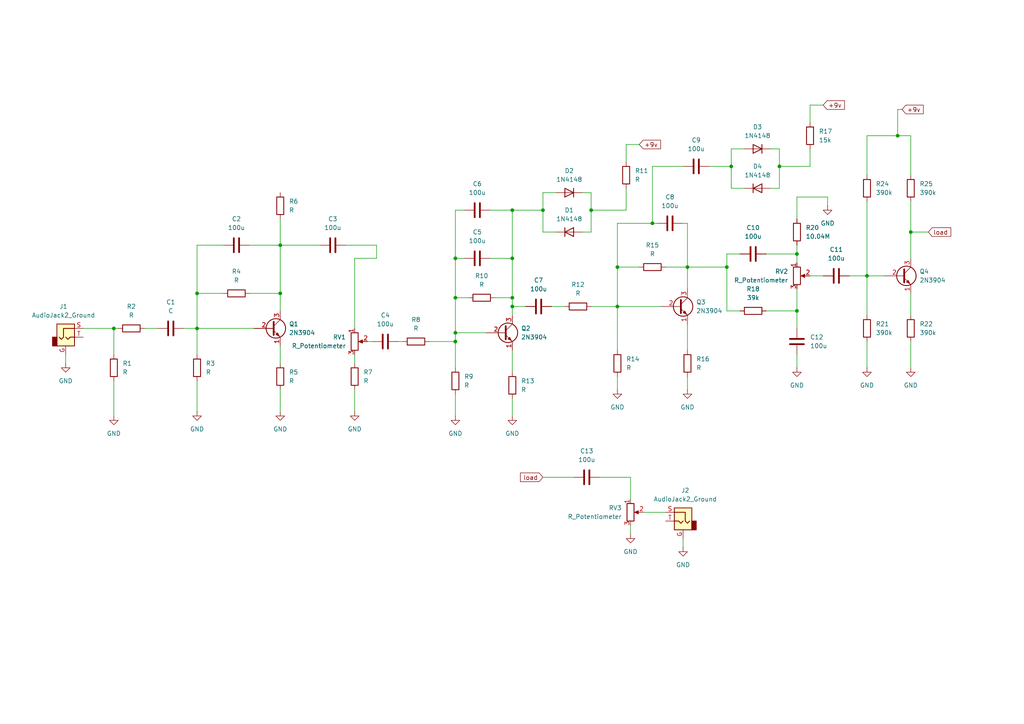
<source format=kicad_sch>
(kicad_sch (version 20231120) (generator "eeschema") (generator_version "8.0")
  (paper "A4")
  (lib_symbols
    (symbol "Connector_Audio:AudioJack2_Ground"
      (property "Reference" "J" (at 0 8.89 0))
      (property "Value" "AudioJack2_Ground" (at 0 6.35 0))
      (symbol "AudioJack2_Ground_0_1"
        (rectangle (start -2.54 -2.54) (end -3.81 0) (stroke (width 0.254)) (fill (type outline)))
        (polyline (pts (xy 0 0) (xy 0.635 -0.635) (xy 1.27 0) (xy 2.54 0)) (stroke (width 0.254)))
        (polyline (pts (xy 2.54 2.54) (xy -0.635 2.54) (xy -0.635 0) (xy -1.27 -0.635) (xy -1.905 0)) (stroke (width 0.254)))
        (rectangle (start 2.54 3.81) (end -2.54 -2.54) (stroke (width 0.254)) (fill (type background)))
      )
      (symbol "AudioJack2_Ground_1_1"
        (pin passive line (at 0 -5.08 90) (length 2.54) (name "~") (number "G"))
        (pin passive line (at 5.08 2.54 180) (length 2.54) (name "~") (number "S"))
        (pin passive line (at 5.08 0 180) (length 2.54) (name "~") (number "T"))
      )
    )
    (symbol "Device:C" (pin_numbers hide) (pin_names (offset 0.254))
      (property "Reference" "C" (at 0.635 2.54 0))
      (property "Value" "C" (at 0.635 -2.54 0))
      (symbol "C_0_1"
        (polyline (pts (xy -2.032 -0.762) (xy 2.032 -0.762)) (stroke (width 0.508)))
        (polyline (pts (xy -2.032 0.762) (xy 2.032 0.762)) (stroke (width 0.508)))
      )
      (symbol "C_1_1"
        (pin passive line (at 0 3.81 270) (length 2.794) (name "~") (number "1"))
        (pin passive line (at 0 -3.81 90) (length 2.794) (name "~") (number "2"))
      )
    )
    (symbol "Device:R" (pin_numbers hide) (pin_names (offset 0))
      (property "Reference" "R" (at 2.032 0 90))
      (property "Value" "R" (at 0 0 90))
      (symbol "R_0_1"
        (rectangle (start -1.016 -2.54) (end 1.016 2.54) (stroke (width 0.254)))
      )
      (symbol "R_1_1"
        (pin passive line (at 0 3.81 270) (length 1.27) (name "~") (number "1"))
        (pin passive line (at 0 -3.81 90) (length 1.27) (name "~") (number "2"))
      )
    )
    (symbol "Device:R_Potentiometer" (pin_names (offset 1.016) hide)
      (property "Reference" "RV" (at -4.445 0 90))
      (property "Value" "R_Potentiometer" (at -2.54 0 90))
      (symbol "R_Potentiometer_0_1"
        (polyline (pts (xy 2.54 0) (xy 1.524 0)))
        (polyline (pts (xy 1.143 0) (xy 2.286 0.508) (xy 2.286 -0.508) (xy 1.143 0)) (fill (type outline)))
        (rectangle (start 1.016 2.54) (end -1.016 -2.54) (stroke (width 0.254)))
      )
      (symbol "R_Potentiometer_1_1"
        (pin passive line (at 0 3.81 270) (length 1.27) (name "1") (number "1"))
        (pin passive line (at 3.81 0 180) (length 1.27) (name "2") (number "2"))
        (pin passive line (at 0 -3.81 90) (length 1.27) (name "3") (number "3"))
      )
    )
    (symbol "Diode:1N4148" (pin_numbers hide) (pin_names hide)
      (property "Reference" "D" (at 0 2.54 0))
      (property "Value" "1N4148" (at 0 -2.54 0))
      (symbol "1N4148_0_1"
        (polyline (pts (xy -1.27 1.27) (xy -1.27 -1.27)) (stroke (width 0.254)))
        (polyline (pts (xy 1.27 0) (xy -1.27 0)))
        (polyline (pts (xy 1.27 1.27) (xy 1.27 -1.27) (xy -1.27 0) (xy 1.27 1.27)) (stroke (width 0.254)))
      )
      (symbol "1N4148_1_1"
        (pin passive line (at -3.81 0 0) (length 2.54) (name "K") (number "1"))
        (pin passive line (at 3.81 0 180) (length 2.54) (name "A") (number "2"))
      )
    )
    (symbol "Transistor_BJT:2N3904" (pin_names (offset 0) hide)
      (property "Reference" "Q" (at 5.08 1.905 0))
      (property "Value" "2N3904" (at 5.08 0 0))
      (symbol "2N3904_0_1"
        (polyline (pts (xy 0.635 0.635) (xy 2.54 2.54)))
        (polyline (pts (xy 0.635 -0.635) (xy 2.54 -2.54) (xy 2.54 -2.54)))
        (polyline (pts (xy 0.635 1.905) (xy 0.635 -1.905) (xy 0.635 -1.905)) (stroke (width 0.508)))
        (polyline (pts (xy 1.27 -1.778) (xy 1.778 -1.27) (xy 2.286 -2.286) (xy 1.27 -1.778) (xy 1.27 -1.778)) (fill (type outline)))
        (circle (center 1.27 0) (radius 2.8194) (stroke (width 0.254)))
      )
      (symbol "2N3904_1_1"
        (pin passive line (at 2.54 -5.08 90) (length 2.54) (name "E") (number "1"))
        (pin passive line (at -5.08 0 0) (length 5.715) (name "B") (number "2"))
        (pin passive line (at 2.54 5.08 270) (length 2.54) (name "C") (number "3"))
      )
    )
    (symbol "power:GND" (power) (pin_numbers hide) (pin_names (offset 0) hide)
      (property "Value" "GND" (at 0 -3.81 0))
      (symbol "GND_0_1"
        (polyline (pts (xy 0 0) (xy 0 -1.27) (xy 1.27 -1.27) (xy 0 -2.54) (xy -1.27 -1.27) (xy 0 -1.27)))
      )
      (symbol "GND_1_1"
        (pin power_in line (at 0 0 270) (length 0) (name "~") (number "1"))
      )
    )
  )
  (junction (at 251.46 80.01))
  (junction (at 132.08 96.52))
  (junction (at 179.07 88.9))
  (junction (at 179.07 77.47))
  (junction (at 132.08 99.06))
  (junction (at 231.14 73.66))
  (junction (at 264.16 67.31))
  (junction (at 57.15 95.25))
  (junction (at 81.28 85.09))
  (junction (at 260.35 39.37))
  (junction (at 132.08 86.36))
  (junction (at 210.82 77.47))
  (junction (at 212.09 48.26))
  (junction (at 148.59 88.9))
  (junction (at 231.14 90.17))
  (junction (at 148.59 74.93))
  (junction (at 148.59 86.36))
  (junction (at 189.23 64.77))
  (junction (at 132.08 74.93))
  (junction (at 226.06 48.26))
  (junction (at 199.39 77.47))
  (junction (at 148.59 60.96))
  (junction (at 81.28 71.12))
  (junction (at 171.45 60.96))
  (junction (at 33.02 95.25))
  (junction (at 157.48 60.96))
  (junction (at 57.15 85.09))
  (wire (pts (xy 148.59 74.93) (xy 148.59 86.36)))
  (wire (pts (xy 212.09 48.26) (xy 212.09 54.61)))
  (wire (pts (xy 212.09 54.61) (xy 215.9 54.61)))
  (wire (pts (xy 234.95 30.48) (xy 234.95 35.56)))
  (wire (pts (xy 148.59 88.9) (xy 152.4 88.9)))
  (wire (pts (xy 102.87 113.03) (xy 102.87 119.38)))
  (wire (pts (xy 222.25 73.66) (xy 231.14 73.66)))
  (wire (pts (xy 179.07 88.9) (xy 191.77 88.9)))
  (wire (pts (xy 260.35 39.37) (xy 264.16 39.37)))
  (wire (pts (xy 240.03 57.15) (xy 231.14 57.15)))
  (wire (pts (xy 210.82 90.17) (xy 214.63 90.17)))
  (wire (pts (xy 264.16 58.42) (xy 264.16 67.31)))
  (wire (pts (xy 33.02 110.49) (xy 33.02 120.65)))
  (wire (pts (xy 185.42 41.91) (xy 181.61 41.91)))
  (wire (pts (xy 210.82 77.47) (xy 199.39 77.47)))
  (wire (pts (xy 148.59 86.36) (xy 148.59 88.9)))
  (wire (pts (xy 148.59 88.9) (xy 148.59 91.44)))
  (wire (pts (xy 231.14 90.17) (xy 222.25 90.17)))
  (wire (pts (xy 231.14 73.66) (xy 231.14 76.2)))
  (wire (pts (xy 132.08 114.3) (xy 132.08 120.65)))
  (wire (pts (xy 132.08 74.93) (xy 132.08 86.36)))
  (wire (pts (xy 182.88 152.4) (xy 182.88 154.94)))
  (wire (pts (xy 53.34 95.25) (xy 57.15 95.25)))
  (wire (pts (xy 210.82 77.47) (xy 210.82 90.17)))
  (wire (pts (xy 182.88 138.43) (xy 182.88 144.78)))
  (wire (pts (xy 171.45 55.88) (xy 171.45 60.96)))
  (wire (pts (xy 264.16 99.06) (xy 264.16 106.68)))
  (wire (pts (xy 199.39 109.22) (xy 199.39 113.03)))
  (wire (pts (xy 142.24 74.93) (xy 148.59 74.93)))
  (wire (pts (xy 132.08 96.52) (xy 132.08 99.06)))
  (wire (pts (xy 179.07 77.47) (xy 179.07 88.9)))
  (wire (pts (xy 185.42 77.47) (xy 179.07 77.47)))
  (wire (pts (xy 134.62 60.96) (xy 132.08 60.96)))
  (wire (pts (xy 199.39 83.82) (xy 199.39 77.47)))
  (wire (pts (xy 171.45 88.9) (xy 179.07 88.9)))
  (wire (pts (xy 64.77 71.12) (xy 57.15 71.12)))
  (wire (pts (xy 171.45 67.31) (xy 168.91 67.31)))
  (wire (pts (xy 231.14 90.17) (xy 231.14 95.25)))
  (wire (pts (xy 132.08 60.96) (xy 132.08 74.93)))
  (wire (pts (xy 251.46 80.01) (xy 251.46 91.44)))
  (wire (pts (xy 186.69 148.59) (xy 193.04 148.59)))
  (wire (pts (xy 189.23 48.26) (xy 189.23 64.77)))
  (wire (pts (xy 198.12 64.77) (xy 199.39 64.77)))
  (wire (pts (xy 251.46 39.37) (xy 260.35 39.37)))
  (wire (pts (xy 264.16 39.37) (xy 264.16 50.8)))
  (wire (pts (xy 226.06 43.18) (xy 226.06 48.26)))
  (wire (pts (xy 132.08 96.52) (xy 140.97 96.52)))
  (wire (pts (xy 189.23 64.77) (xy 190.5 64.77)))
  (wire (pts (xy 168.91 55.88) (xy 171.45 55.88)))
  (wire (pts (xy 181.61 60.96) (xy 171.45 60.96)))
  (wire (pts (xy 198.12 156.21) (xy 198.12 158.75)))
  (wire (pts (xy 107.95 99.06) (xy 106.68 99.06)))
  (wire (pts (xy 57.15 85.09) (xy 64.77 85.09)))
  (wire (pts (xy 57.15 95.25) (xy 57.15 85.09)))
  (wire (pts (xy 210.82 73.66) (xy 210.82 77.47)))
  (wire (pts (xy 234.95 80.01) (xy 238.76 80.01)))
  (wire (pts (xy 109.22 74.93) (xy 109.22 71.12)))
  (wire (pts (xy 157.48 55.88) (xy 157.48 60.96)))
  (wire (pts (xy 231.14 73.66) (xy 231.14 71.12)))
  (wire (pts (xy 148.59 101.6) (xy 148.59 107.95)))
  (wire (pts (xy 115.57 99.06) (xy 116.84 99.06)))
  (wire (pts (xy 264.16 85.09) (xy 264.16 91.44)))
  (wire (pts (xy 109.22 71.12) (xy 100.33 71.12)))
  (wire (pts (xy 205.74 48.26) (xy 212.09 48.26)))
  (wire (pts (xy 251.46 50.8) (xy 251.46 39.37)))
  (wire (pts (xy 33.02 95.25) (xy 34.29 95.25)))
  (wire (pts (xy 41.91 95.25) (xy 45.72 95.25)))
  (wire (pts (xy 57.15 110.49) (xy 57.15 119.38)))
  (wire (pts (xy 199.39 93.98) (xy 199.39 101.6)))
  (wire (pts (xy 81.28 113.03) (xy 81.28 119.38)))
  (wire (pts (xy 179.07 88.9) (xy 179.07 101.6)))
  (wire (pts (xy 189.23 48.26) (xy 198.12 48.26)))
  (wire (pts (xy 240.03 59.69) (xy 240.03 57.15)))
  (wire (pts (xy 238.76 30.48) (xy 234.95 30.48)))
  (wire (pts (xy 148.59 115.57) (xy 148.59 120.65)))
  (wire (pts (xy 148.59 60.96) (xy 157.48 60.96)))
  (wire (pts (xy 264.16 67.31) (xy 269.24 67.31)))
  (wire (pts (xy 214.63 73.66) (xy 210.82 73.66)))
  (wire (pts (xy 251.46 80.01) (xy 256.54 80.01)))
  (wire (pts (xy 157.48 138.43) (xy 166.37 138.43)))
  (wire (pts (xy 132.08 99.06) (xy 132.08 106.68)))
  (wire (pts (xy 19.05 102.87) (xy 19.05 105.41)))
  (wire (pts (xy 157.48 60.96) (xy 157.48 67.31)))
  (wire (pts (xy 179.07 64.77) (xy 189.23 64.77)))
  (wire (pts (xy 260.35 31.75) (xy 260.35 39.37)))
  (wire (pts (xy 102.87 102.87) (xy 102.87 105.41)))
  (wire (pts (xy 181.61 41.91) (xy 181.61 46.99)))
  (wire (pts (xy 102.87 74.93) (xy 102.87 95.25)))
  (wire (pts (xy 81.28 71.12) (xy 81.28 85.09)))
  (wire (pts (xy 81.28 85.09) (xy 81.28 90.17)))
  (wire (pts (xy 33.02 102.87) (xy 33.02 95.25)))
  (wire (pts (xy 226.06 54.61) (xy 223.52 54.61)))
  (wire (pts (xy 251.46 99.06) (xy 251.46 106.68)))
  (wire (pts (xy 132.08 86.36) (xy 132.08 96.52)))
  (wire (pts (xy 72.39 71.12) (xy 81.28 71.12)))
  (wire (pts (xy 81.28 63.5) (xy 81.28 71.12)))
  (wire (pts (xy 179.07 64.77) (xy 179.07 77.47)))
  (wire (pts (xy 57.15 71.12) (xy 57.15 85.09)))
  (wire (pts (xy 142.24 60.96) (xy 148.59 60.96)))
  (wire (pts (xy 134.62 74.93) (xy 132.08 74.93)))
  (wire (pts (xy 160.02 88.9) (xy 163.83 88.9)))
  (wire (pts (xy 148.59 60.96) (xy 148.59 74.93)))
  (wire (pts (xy 173.99 138.43) (xy 182.88 138.43)))
  (wire (pts (xy 226.06 48.26) (xy 226.06 54.61)))
  (wire (pts (xy 24.13 95.25) (xy 33.02 95.25)))
  (wire (pts (xy 264.16 67.31) (xy 264.16 74.93)))
  (wire (pts (xy 212.09 43.18) (xy 212.09 48.26)))
  (wire (pts (xy 124.46 99.06) (xy 132.08 99.06)))
  (wire (pts (xy 161.29 55.88) (xy 157.48 55.88)))
  (wire (pts (xy 109.22 74.93) (xy 102.87 74.93)))
  (wire (pts (xy 199.39 77.47) (xy 193.04 77.47)))
  (wire (pts (xy 81.28 71.12) (xy 92.71 71.12)))
  (wire (pts (xy 261.62 31.75) (xy 260.35 31.75)))
  (wire (pts (xy 234.95 48.26) (xy 226.06 48.26)))
  (wire (pts (xy 231.14 102.87) (xy 231.14 106.68)))
  (wire (pts (xy 181.61 54.61) (xy 181.61 60.96)))
  (wire (pts (xy 246.38 80.01) (xy 251.46 80.01)))
  (wire (pts (xy 234.95 43.18) (xy 234.95 48.26)))
  (wire (pts (xy 179.07 109.22) (xy 179.07 113.03)))
  (wire (pts (xy 171.45 60.96) (xy 171.45 67.31)))
  (wire (pts (xy 57.15 95.25) (xy 73.66 95.25)))
  (wire (pts (xy 143.51 86.36) (xy 148.59 86.36)))
  (wire (pts (xy 57.15 102.87) (xy 57.15 95.25)))
  (wire (pts (xy 157.48 67.31) (xy 161.29 67.31)))
  (wire (pts (xy 231.14 83.82) (xy 231.14 90.17)))
  (wire (pts (xy 231.14 57.15) (xy 231.14 63.5)))
  (wire (pts (xy 223.52 43.18) (xy 226.06 43.18)))
  (wire (pts (xy 251.46 58.42) (xy 251.46 80.01)))
  (wire (pts (xy 135.89 86.36) (xy 132.08 86.36)))
  (wire (pts (xy 199.39 64.77) (xy 199.39 77.47)))
  (wire (pts (xy 215.9 43.18) (xy 212.09 43.18)))
  (wire (pts (xy 72.39 85.09) (xy 81.28 85.09)))
  (wire (pts (xy 81.28 100.33) (xy 81.28 105.41)))
  (global_label "+9v" (shape input) (at 261.62 31.75 0) (property "Intersheetrefs" "${INTERSHEET_REFS}" (effects (hide yes))))
  (global_label "load" (shape input) (at 269.24 67.31 0) (property "Intersheetrefs" "${INTERSHEET_REFS}" (effects (hide yes))))
  (global_label "+9v" (shape input) (at 238.76 30.48 0) (property "Intersheetrefs" "${INTERSHEET_REFS}" (effects (hide yes))))
  (global_label "+9v" (shape input) (at 185.42 41.91 0) (property "Intersheetrefs" "${INTERSHEET_REFS}" (effects (hide yes))))
  (global_label "load" (shape input) (at 157.48 138.43 180) (property "Intersheetrefs" "${INTERSHEET_REFS}" (effects (hide yes))))
  (symbol (lib_id "Device:C") (at 170.18 138.43 90) (unit 1)
    (property "Reference" "C13" (at 170.18 130.81 90))
    (property "Value" "100u" (at 170.18 133.35 90))
    (property "Description" "Unpolarized capacitor" (effects (hide yes)))
  )
  (symbol (lib_id "Device:C") (at 138.43 60.96 270) (unit 1)
    (property "Reference" "C6" (at 138.43 53.34 90))
    (property "Value" "100u" (at 138.43 55.88 90))
    (property "Description" "Unpolarized capacitor" (effects (hide yes)))
  )
  (symbol (lib_id "Device:C") (at 231.14 99.06 180) (unit 1)
    (property "Reference" "C12" (at 234.95 97.7899 0) (effects (justify right)))
    (property "Value" "100u" (at 234.95 100.3299 0) (effects (justify right)))
    (property "Description" "Unpolarized capacitor" (effects (hide yes)))
  )
  (symbol (lib_id "Device:R") (at 132.08 110.49 180) (unit 1)
    (property "Reference" "R9" (at 134.62 109.2199 0) (effects (justify right)))
    (property "Value" "R" (at 134.62 111.7599 0) (effects (justify right)))
    (property "Description" "Resistor" (effects (hide yes)))
  )
  (symbol (lib_id "Device:C") (at 111.76 99.06 270) (unit 1)
    (property "Reference" "C4" (at 111.76 91.44 90))
    (property "Value" "100u" (at 111.76 93.98 90))
    (property "Description" "Unpolarized capacitor" (effects (hide yes)))
  )
  (symbol (lib_id "Diode:1N4148") (at 219.71 54.61 0) (unit 1)
    (property "Reference" "D4" (at 219.71 48.26 0))
    (property "Value" "1N4148" (at 219.71 50.8 0))
    (property "Footprint" "Diode_THT:D_DO-35_SOD27_P7.62mm_Horizontal" (effects (hide yes)))
    (property "Datasheet" "https://assets.nexperia.com/documents/data-sheet/1N4148_1N4448.pdf" (effects (hide yes)))
    (property "Description" "100V 0.15A standard switching diode, DO-35" (effects (hide yes)))
    (property "Sim.Device" "D" (effects (hide yes)))
    (property "Sim.Pins" "1=K 2=A" (effects (hide yes)))
  )
  (symbol (lib_id "Device:C") (at 218.44 73.66 270) (unit 1)
    (property "Reference" "C10" (at 218.44 66.04 90))
    (property "Value" "100u" (at 218.44 68.58 90))
    (property "Description" "Unpolarized capacitor" (effects (hide yes)))
  )
  (symbol (lib_id "Connector_Audio:AudioJack2_Ground") (at 198.12 151.13 0) (mirror y) (unit 1)
    (property "Reference" "J2" (at 198.755 142.24 0))
    (property "Value" "AudioJack2_Ground" (at 198.755 144.78 0))
    (property "Description" "Audio Jack, 2 Poles (Mono / TS), Grounded Sleeve" (effects (hide yes)))
  )
  (symbol (lib_id "Diode:1N4148") (at 219.71 43.18 180) (unit 1)
    (property "Reference" "D3" (at 219.71 36.83 0))
    (property "Value" "1N4148" (at 219.71 39.37 0))
    (property "Footprint" "Diode_THT:D_DO-35_SOD27_P7.62mm_Horizontal" (effects (hide yes)))
    (property "Datasheet" "https://assets.nexperia.com/documents/data-sheet/1N4148_1N4448.pdf" (effects (hide yes)))
    (property "Description" "100V 0.15A standard switching diode, DO-35" (effects (hide yes)))
    (property "Sim.Device" "D" (effects (hide yes)))
    (property "Sim.Pins" "1=K 2=A" (effects (hide yes)))
  )
  (symbol (lib_id "power:GND") (at 19.05 105.41 0) (unit 1)
    (property "Reference" "#PWR014" (effects (hide yes)))
    (property "Value" "GND" (at 19.05 110.49 0))
    (property "Description" "Power symbol creates a global label with name \"GND\" , ground" (effects (hide yes)))
  )
  (symbol (lib_id "power:GND") (at 264.16 106.68 0) (unit 1)
    (property "Reference" "#PWR012" (effects (hide yes)))
    (property "Value" "GND" (at 264.16 111.76 0))
    (property "Description" "Power symbol creates a global label with name \"GND\" , ground" (effects (hide yes)))
  )
  (symbol (lib_id "Device:R") (at 148.59 111.76 0) (unit 1)
    (property "Reference" "R13" (at 151.13 110.4899 0) (effects (justify left)))
    (property "Value" "R" (at 151.13 113.0299 0) (effects (justify left)))
    (property "Description" "Resistor" (effects (hide yes)))
  )
  (symbol (lib_id "Device:R_Potentiometer") (at 182.88 148.59 0) (unit 1)
    (property "Reference" "RV3" (at 180.34 147.3199 0) (effects (justify right)))
    (property "Value" "R_Potentiometer" (at 180.34 149.8599 0) (effects (justify right)))
    (property "Description" "Potentiometer" (effects (hide yes)))
  )
  (symbol (lib_id "power:GND") (at 57.15 119.38 0) (unit 1)
    (property "Reference" "#PWR02" (effects (hide yes)))
    (property "Value" "GND" (at 57.15 124.46 0))
    (property "Description" "Power symbol creates a global label with name \"GND\" , ground" (effects (hide yes)))
  )
  (symbol (lib_id "power:GND") (at 102.87 119.38 0) (unit 1)
    (property "Reference" "#PWR03" (effects (hide yes)))
    (property "Value" "GND" (at 102.87 124.46 0))
    (property "Description" "Power symbol creates a global label with name \"GND\" , ground" (effects (hide yes)))
  )
  (symbol (lib_id "power:GND") (at 199.39 113.03 0) (unit 1)
    (property "Reference" "#PWR08" (effects (hide yes)))
    (property "Value" "GND" (at 199.39 118.11 0))
    (property "Description" "Power symbol creates a global label with name \"GND\" , ground" (effects (hide yes)))
  )
  (symbol (lib_id "power:GND") (at 182.88 154.94 0) (unit 1)
    (property "Reference" "#PWR013" (effects (hide yes)))
    (property "Value" "GND" (at 182.88 160.02 0))
    (property "Description" "Power symbol creates a global label with name \"GND\" , ground" (effects (hide yes)))
  )
  (symbol (lib_id "Device:C") (at 194.31 64.77 270) (unit 1)
    (property "Reference" "C8" (at 194.31 57.15 90))
    (property "Value" "100u" (at 194.31 59.69 90))
    (property "Description" "Unpolarized capacitor" (effects (hide yes)))
  )
  (symbol (lib_id "Device:C") (at 242.57 80.01 90) (unit 1)
    (property "Reference" "C11" (at 242.57 72.39 90))
    (property "Value" "100u" (at 242.57 74.93 90))
    (property "Description" "Unpolarized capacitor" (effects (hide yes)))
  )
  (symbol (lib_id "Device:C") (at 201.93 48.26 270) (unit 1)
    (property "Reference" "C9" (at 201.93 40.64 90))
    (property "Value" "100u" (at 201.93 43.18 90))
    (property "Description" "Unpolarized capacitor" (effects (hide yes)))
  )
  (symbol (lib_id "power:GND") (at 251.46 106.68 0) (unit 1)
    (property "Reference" "#PWR011" (effects (hide yes)))
    (property "Value" "GND" (at 251.46 111.76 0))
    (property "Description" "Power symbol creates a global label with name \"GND\" , ground" (effects (hide yes)))
  )
  (symbol (lib_id "power:GND") (at 33.02 120.65 0) (unit 1)
    (property "Reference" "#PWR04" (effects (hide yes)))
    (property "Value" "GND" (at 33.02 125.73 0))
    (property "Description" "Power symbol creates a global label with name \"GND\" , ground" (effects (hide yes)))
  )
  (symbol (lib_id "Device:R") (at 33.02 106.68 180) (unit 1)
    (property "Reference" "R1" (at 35.56 105.4099 0) (effects (justify right)))
    (property "Value" "R" (at 35.56 107.9499 0) (effects (justify right)))
    (property "Description" "Resistor" (effects (hide yes)))
  )
  (symbol (lib_id "Device:R_Potentiometer") (at 102.87 99.06 0) (unit 1)
    (property "Reference" "RV1" (at 100.33 97.7899 0) (effects (justify right)))
    (property "Value" "R_Potentiometer" (at 100.33 100.3299 0) (effects (justify right)))
    (property "Description" "Potentiometer" (effects (hide yes)))
  )
  (symbol (lib_id "power:GND") (at 148.59 120.65 0) (unit 1)
    (property "Reference" "#PWR06" (effects (hide yes)))
    (property "Value" "GND" (at 148.59 125.73 0))
    (property "Description" "Power symbol creates a global label with name \"GND\" , ground" (effects (hide yes)))
  )
  (symbol (lib_id "Diode:1N4148") (at 165.1 67.31 0) (unit 1)
    (property "Reference" "D1" (at 165.1 60.96 0))
    (property "Value" "1N4148" (at 165.1 63.5 0))
    (property "Footprint" "Diode_THT:D_DO-35_SOD27_P7.62mm_Horizontal" (effects (hide yes)))
    (property "Datasheet" "https://assets.nexperia.com/documents/data-sheet/1N4148_1N4448.pdf" (effects (hide yes)))
    (property "Description" "100V 0.15A standard switching diode, DO-35" (effects (hide yes)))
    (property "Sim.Device" "D" (effects (hide yes)))
    (property "Sim.Pins" "1=K 2=A" (effects (hide yes)))
  )
  (symbol (lib_id "Device:R") (at 38.1 95.25 90) (unit 1)
    (property "Reference" "R2" (at 38.1 88.9 90))
    (property "Value" "R" (at 38.1 91.44 90))
    (property "Description" "Resistor" (effects (hide yes)))
  )
  (symbol (lib_id "Device:R") (at 81.28 109.22 0) (unit 1)
    (property "Reference" "R5" (at 83.82 107.9499 0) (effects (justify left)))
    (property "Value" "R" (at 83.82 110.4899 0) (effects (justify left)))
    (property "Description" "Resistor" (effects (hide yes)))
  )
  (symbol (lib_id "Transistor_BJT:2N3904") (at 78.74 95.25 0) (unit 1)
    (property "Reference" "Q1" (at 83.82 93.9799 0) (effects (justify left)))
    (property "Value" "2N3904" (at 83.82 96.5199 0) (effects (justify left)))
    (property "Footprint" "Package_TO_SOT_THT:TO-92_Inline" (effects (hide yes)))
    (property "Datasheet" "https://www.onsemi.com/pub/Collateral/2N3903-D.PDF" (effects (hide yes)))
    (property "Description" "0.2A Ic, 40V Vce, Small Signal NPN Transistor, TO-92" (effects (hide yes)))
  )
  (symbol (lib_id "Device:R") (at 57.15 106.68 0) (unit 1)
    (property "Reference" "R3" (at 59.69 105.4099 0) (effects (justify left)))
    (property "Value" "R" (at 59.69 107.9499 0) (effects (justify left)))
    (property "Description" "Resistor" (effects (hide yes)))
  )
  (symbol (lib_id "Device:R") (at 102.87 109.22 0) (unit 1)
    (property "Reference" "R7" (at 105.41 107.9499 0) (effects (justify left)))
    (property "Value" "R" (at 105.41 110.4899 0) (effects (justify left)))
    (property "Description" "Resistor" (effects (hide yes)))
  )
  (symbol (lib_id "Device:R") (at 81.28 59.69 0) (unit 1)
    (property "Reference" "R6" (at 83.82 58.4199 0) (effects (justify left)))
    (property "Value" "R" (at 83.82 60.9599 0) (effects (justify left)))
    (property "Description" "Resistor" (effects (hide yes)))
  )
  (symbol (lib_id "Device:R") (at 120.65 99.06 90) (unit 1)
    (property "Reference" "R8" (at 120.65 92.71 90))
    (property "Value" "R" (at 120.65 95.25 90))
    (property "Description" "Resistor" (effects (hide yes)))
  )
  (symbol (lib_id "power:GND") (at 231.14 106.68 0) (unit 1)
    (property "Reference" "#PWR09" (effects (hide yes)))
    (property "Value" "GND" (at 231.14 111.76 0))
    (property "Description" "Power symbol creates a global label with name \"GND\" , ground" (effects (hide yes)))
  )
  (symbol (lib_id "Device:R") (at 264.16 95.25 0) (unit 1)
    (property "Reference" "R22" (at 266.7 93.9799 0) (effects (justify left)))
    (property "Value" "390k" (at 266.7 96.5199 0) (effects (justify left)))
    (property "Description" "Resistor" (effects (hide yes)))
  )
  (symbol (lib_id "Diode:1N4148") (at 165.1 55.88 180) (unit 1)
    (property "Reference" "D2" (at 165.1 49.53 0))
    (property "Value" "1N4148" (at 165.1 52.07 0))
    (property "Footprint" "Diode_THT:D_DO-35_SOD27_P7.62mm_Horizontal" (effects (hide yes)))
    (property "Datasheet" "https://assets.nexperia.com/documents/data-sheet/1N4148_1N4448.pdf" (effects (hide yes)))
    (property "Description" "100V 0.15A standard switching diode, DO-35" (effects (hide yes)))
    (property "Sim.Device" "D" (effects (hide yes)))
    (property "Sim.Pins" "1=K 2=A" (effects (hide yes)))
  )
  (symbol (lib_id "power:GND") (at 132.08 120.65 0) (unit 1)
    (property "Reference" "#PWR05" (effects (hide yes)))
    (property "Value" "GND" (at 132.08 125.73 0))
    (property "Description" "Power symbol creates a global label with name \"GND\" , ground" (effects (hide yes)))
  )
  (symbol (lib_id "power:GND") (at 198.12 158.75 0) (unit 1)
    (property "Reference" "#PWR015" (effects (hide yes)))
    (property "Value" "GND" (at 198.12 163.83 0))
    (property "Description" "Power symbol creates a global label with name \"GND\" , ground" (effects (hide yes)))
  )
  (symbol (lib_id "Device:R_Potentiometer") (at 231.14 80.01 0) (unit 1)
    (property "Reference" "RV2" (at 228.6 78.7399 0) (effects (justify right)))
    (property "Value" "R_Potentiometer" (at 228.6 81.2799 0) (effects (justify right)))
    (property "Description" "Potentiometer" (effects (hide yes)))
  )
  (symbol (lib_id "Transistor_BJT:2N3904") (at 261.62 80.01 0) (unit 1)
    (property "Reference" "Q4" (at 266.7 78.7399 0) (effects (justify left)))
    (property "Value" "2N3904" (at 266.7 81.2799 0) (effects (justify left)))
    (property "Footprint" "Package_TO_SOT_THT:TO-92_Inline" (effects (hide yes)))
    (property "Datasheet" "https://www.onsemi.com/pub/Collateral/2N3903-D.PDF" (effects (hide yes)))
    (property "Description" "0.2A Ic, 40V Vce, Small Signal NPN Transistor, TO-92" (effects (hide yes)))
  )
  (symbol (lib_id "power:GND") (at 81.28 119.38 0) (unit 1)
    (property "Reference" "#PWR01" (effects (hide yes)))
    (property "Value" "GND" (at 81.28 124.46 0))
    (property "Description" "Power symbol creates a global label with name \"GND\" , ground" (effects (hide yes)))
  )
  (symbol (lib_id "Connector_Audio:AudioJack2_Ground") (at 19.05 97.79 0) (unit 1)
    (property "Reference" "J1" (at 18.415 88.9 0))
    (property "Value" "AudioJack2_Ground" (at 18.415 91.44 0))
    (property "Description" "Audio Jack, 2 Poles (Mono / TS), Grounded Sleeve" (effects (hide yes)))
  )
  (symbol (lib_id "Device:R") (at 181.61 50.8 0) (unit 1)
    (property "Reference" "R11" (at 184.15 49.5299 0) (effects (justify left)))
    (property "Value" "R" (at 184.15 52.0699 0) (effects (justify left)))
    (property "Description" "Resistor" (effects (hide yes)))
  )
  (symbol (lib_id "Transistor_BJT:2N3904") (at 196.85 88.9 0) (unit 1)
    (property "Reference" "Q3" (at 201.93 87.6299 0) (effects (justify left)))
    (property "Value" "2N3904" (at 201.93 90.1699 0) (effects (justify left)))
    (property "Footprint" "Package_TO_SOT_THT:TO-92_Inline" (effects (hide yes)))
    (property "Datasheet" "https://www.onsemi.com/pub/Collateral/2N3903-D.PDF" (effects (hide yes)))
    (property "Description" "0.2A Ic, 40V Vce, Small Signal NPN Transistor, TO-92" (effects (hide yes)))
  )
  (symbol (lib_id "Device:R") (at 199.39 105.41 0) (unit 1)
    (property "Reference" "R16" (at 201.93 104.1399 0) (effects (justify left)))
    (property "Value" "R" (at 201.93 106.6799 0) (effects (justify left)))
    (property "Description" "Resistor" (effects (hide yes)))
  )
  (symbol (lib_id "Device:R") (at 218.44 90.17 270) (unit 1)
    (property "Reference" "R18" (at 218.44 83.82 90))
    (property "Value" "39k" (at 218.44 86.36 90))
    (property "Description" "Resistor" (effects (hide yes)))
  )
  (symbol (lib_id "Device:R") (at 251.46 95.25 0) (unit 1)
    (property "Reference" "R21" (at 254 93.9799 0) (effects (justify left)))
    (property "Value" "390k" (at 254 96.5199 0) (effects (justify left)))
    (property "Description" "Resistor" (effects (hide yes)))
  )
  (symbol (lib_id "power:GND") (at 240.03 59.69 0) (unit 1)
    (property "Reference" "#PWR010" (effects (hide yes)))
    (property "Value" "GND" (at 240.03 64.77 0))
    (property "Description" "Power symbol creates a global label with name \"GND\" , ground" (effects (hide yes)))
  )
  (symbol (lib_id "Device:R") (at 179.07 105.41 0) (unit 1)
    (property "Reference" "R14" (at 181.61 104.1399 0) (effects (justify left)))
    (property "Value" "R" (at 181.61 106.6799 0) (effects (justify left)))
    (property "Description" "Resistor" (effects (hide yes)))
  )
  (symbol (lib_id "Transistor_BJT:2N3904") (at 146.05 96.52 0) (unit 1)
    (property "Reference" "Q2" (at 151.13 95.2499 0) (effects (justify left)))
    (property "Value" "2N3904" (at 151.13 97.7899 0) (effects (justify left)))
    (property "Footprint" "Package_TO_SOT_THT:TO-92_Inline" (effects (hide yes)))
    (property "Datasheet" "https://www.onsemi.com/pub/Collateral/2N3903-D.PDF" (effects (hide yes)))
    (property "Description" "0.2A Ic, 40V Vce, Small Signal NPN Transistor, TO-92" (effects (hide yes)))
  )
  (symbol (lib_id "Device:C") (at 156.21 88.9 270) (unit 1)
    (property "Reference" "C7" (at 156.21 81.28 90))
    (property "Value" "100u" (at 156.21 83.82 90))
    (property "Description" "Unpolarized capacitor" (effects (hide yes)))
  )
  (symbol (lib_id "Device:R") (at 264.16 54.61 0) (unit 1)
    (property "Reference" "R25" (at 266.7 53.3399 0) (effects (justify left)))
    (property "Value" "390k" (at 266.7 55.8799 0) (effects (justify left)))
    (property "Description" "Resistor" (effects (hide yes)))
  )
  (symbol (lib_id "Device:C") (at 96.52 71.12 270) (unit 1)
    (property "Reference" "C3" (at 96.52 63.5 90))
    (property "Value" "100u" (at 96.52 66.04 90))
    (property "Description" "Unpolarized capacitor" (effects (hide yes)))
  )
  (symbol (lib_id "Device:R") (at 139.7 86.36 270) (unit 1)
    (property "Reference" "R10" (at 139.7 80.01 90))
    (property "Value" "R" (at 139.7 82.55 90))
    (property "Description" "Resistor" (effects (hide yes)))
  )
  (symbol (lib_id "Device:R") (at 68.58 85.09 270) (unit 1)
    (property "Reference" "R4" (at 68.58 78.74 90))
    (property "Value" "R" (at 68.58 81.28 90))
    (property "Description" "Resistor" (effects (hide yes)))
  )
  (symbol (lib_id "Device:R") (at 234.95 39.37 180) (unit 1)
    (property "Reference" "R17" (at 237.49 38.0999 0) (effects (justify right)))
    (property "Value" "15k" (at 237.49 40.6399 0) (effects (justify right)))
    (property "Description" "Resistor" (effects (hide yes)))
  )
  (symbol (lib_id "Device:R") (at 167.64 88.9 270) (unit 1)
    (property "Reference" "R12" (at 167.64 82.55 90))
    (property "Value" "R" (at 167.64 85.09 90))
    (property "Description" "Resistor" (effects (hide yes)))
  )
  (symbol (lib_id "Device:R") (at 251.46 54.61 0) (unit 1)
    (property "Reference" "R24" (at 254 53.3399 0) (effects (justify left)))
    (property "Value" "390k" (at 254 55.8799 0) (effects (justify left)))
    (property "Description" "Resistor" (effects (hide yes)))
  )
  (symbol (lib_id "Device:C") (at 49.53 95.25 270) (unit 1)
    (property "Reference" "C1" (at 49.53 87.63 90))
    (property "Value" "C" (at 49.53 90.17 90))
    (property "Description" "Unpolarized capacitor" (effects (hide yes)))
  )
  (symbol (lib_id "Device:R") (at 231.14 67.31 0) (unit 1)
    (property "Reference" "R20" (at 233.68 66.0399 0) (effects (justify left)))
    (property "Value" "10.04M" (at 233.68 68.5799 0) (effects (justify left)))
    (property "Description" "Resistor" (effects (hide yes)))
  )
  (symbol (lib_id "Device:C") (at 68.58 71.12 270) (unit 1)
    (property "Reference" "C2" (at 68.58 63.5 90))
    (property "Value" "100u" (at 68.58 66.04 90))
    (property "Description" "Unpolarized capacitor" (effects (hide yes)))
  )
  (symbol (lib_id "Device:C") (at 138.43 74.93 270) (unit 1)
    (property "Reference" "C5" (at 138.43 67.31 90))
    (property "Value" "100u" (at 138.43 69.85 90))
    (property "Description" "Unpolarized capacitor" (effects (hide yes)))
  )
  (symbol (lib_id "Device:R") (at 189.23 77.47 90) (unit 1)
    (property "Reference" "R15" (at 189.23 71.12 90))
    (property "Value" "R" (at 189.23 73.66 90))
    (property "Description" "Resistor" (effects (hide yes)))
  )
  (symbol (lib_id "power:GND") (at 179.07 113.03 0) (unit 1)
    (property "Reference" "#PWR07" (effects (hide yes)))
    (property "Value" "GND" (at 179.07 118.11 0))
    (property "Description" "Power symbol creates a global label with name \"GND\" , ground" (effects (hide yes)))
  )
)
</source>
